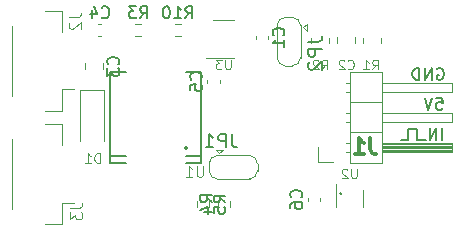
<source format=gbr>
%TF.GenerationSoftware,KiCad,Pcbnew,6.0.4-6f826c9f35~116~ubuntu20.04.1*%
%TF.CreationDate,2022-07-20T10:00:27+00:00*%
%TF.ProjectId,TFRPM01D,54465250-4d30-4314-942e-6b696361645f,rev?*%
%TF.SameCoordinates,PX7e721e0PY7e33658*%
%TF.FileFunction,Legend,Bot*%
%TF.FilePolarity,Positive*%
%FSLAX46Y46*%
G04 Gerber Fmt 4.6, Leading zero omitted, Abs format (unit mm)*
G04 Created by KiCad (PCBNEW 6.0.4-6f826c9f35~116~ubuntu20.04.1) date 2022-07-20 10:00:27*
%MOMM*%
%LPD*%
G01*
G04 APERTURE LIST*
%ADD10C,0.150000*%
%ADD11C,0.100000*%
%ADD12C,0.300000*%
%ADD13C,0.200000*%
%ADD14C,0.120000*%
G04 APERTURE END LIST*
D10*
X12833000Y-1874904D02*
X12833000Y-974904D01*
X6428711Y-6474904D02*
G75*
G03*
X6428711Y-6474904I-70711J0D01*
G01*
X13583000Y-1874904D02*
X12833000Y-1874904D01*
X12083000Y-1874904D02*
X11433000Y-1874904D01*
X12833000Y-974904D02*
X12083000Y-974904D01*
X12083000Y-974904D02*
X12083000Y-1874904D01*
X14931809Y-1927284D02*
X14931809Y-927284D01*
X14455619Y-1927284D02*
X14455619Y-927284D01*
X13884190Y-1927284D01*
X13884190Y-927284D01*
X14519904Y4125096D02*
X14615142Y4172716D01*
X14758000Y4172716D01*
X14900857Y4125096D01*
X14996095Y4029858D01*
X15043714Y3934620D01*
X15091333Y3744144D01*
X15091333Y3601287D01*
X15043714Y3410811D01*
X14996095Y3315573D01*
X14900857Y3220335D01*
X14758000Y3172716D01*
X14662761Y3172716D01*
X14519904Y3220335D01*
X14472285Y3267954D01*
X14472285Y3601287D01*
X14662761Y3601287D01*
X14043714Y3172716D02*
X14043714Y4172716D01*
X13472285Y3172716D01*
X13472285Y4172716D01*
X12996095Y3172716D02*
X12996095Y4172716D01*
X12758000Y4172716D01*
X12615142Y4125096D01*
X12519904Y4029858D01*
X12472285Y3934620D01*
X12424666Y3744144D01*
X12424666Y3601287D01*
X12472285Y3410811D01*
X12519904Y3315573D01*
X12615142Y3220335D01*
X12758000Y3172716D01*
X12996095Y3172716D01*
X14448476Y1672716D02*
X14924666Y1672716D01*
X14972285Y1196525D01*
X14924666Y1244144D01*
X14829428Y1291763D01*
X14591333Y1291763D01*
X14496095Y1244144D01*
X14448476Y1196525D01*
X14400857Y1101287D01*
X14400857Y863192D01*
X14448476Y767954D01*
X14496095Y720335D01*
X14591333Y672716D01*
X14829428Y672716D01*
X14924666Y720335D01*
X14972285Y767954D01*
X14115142Y1672716D02*
X13781809Y672716D01*
X13448476Y1672716D01*
D11*
%TO.C,D1*%
X-14065524Y-3836808D02*
X-14065524Y-3036808D01*
X-14256000Y-3036808D01*
X-14370286Y-3074904D01*
X-14446477Y-3151094D01*
X-14484572Y-3227284D01*
X-14522667Y-3379665D01*
X-14522667Y-3493951D01*
X-14484572Y-3646332D01*
X-14446477Y-3722523D01*
X-14370286Y-3798713D01*
X-14256000Y-3836808D01*
X-14065524Y-3836808D01*
X-15284572Y-3836808D02*
X-14827429Y-3836808D01*
X-15056000Y-3836808D02*
X-15056000Y-3036808D01*
X-14979810Y-3151094D01*
X-14903620Y-3227284D01*
X-14827429Y-3265380D01*
D10*
%TO.C,R10*%
X-6799143Y8402716D02*
X-6465810Y8878906D01*
X-6227715Y8402716D02*
X-6227715Y9402716D01*
X-6608667Y9402716D01*
X-6703905Y9355096D01*
X-6751524Y9307477D01*
X-6799143Y9212239D01*
X-6799143Y9069382D01*
X-6751524Y8974144D01*
X-6703905Y8926525D01*
X-6608667Y8878906D01*
X-6227715Y8878906D01*
X-7751524Y8402716D02*
X-7180096Y8402716D01*
X-7465810Y8402716D02*
X-7465810Y9402716D01*
X-7370572Y9259858D01*
X-7275334Y9164620D01*
X-7180096Y9117001D01*
X-8370572Y9402716D02*
X-8465810Y9402716D01*
X-8561048Y9355096D01*
X-8608667Y9307477D01*
X-8656286Y9212239D01*
X-8703905Y9021763D01*
X-8703905Y8783668D01*
X-8656286Y8593192D01*
X-8608667Y8497954D01*
X-8561048Y8450335D01*
X-8465810Y8402716D01*
X-8370572Y8402716D01*
X-8275334Y8450335D01*
X-8227715Y8497954D01*
X-8180096Y8593192D01*
X-8132477Y8783668D01*
X-8132477Y9021763D01*
X-8180096Y9212239D01*
X-8227715Y9307477D01*
X-8275334Y9355096D01*
X-8370572Y9402716D01*
D12*
%TO.C,J1*%
X8841333Y-1762999D02*
X8841333Y-2691570D01*
X8903238Y-2877284D01*
X9027047Y-3001094D01*
X9212761Y-3062999D01*
X9336571Y-3062999D01*
X7541333Y-3062999D02*
X8284190Y-3062999D01*
X7912761Y-3062999D02*
X7912761Y-1762999D01*
X8036571Y-1948713D01*
X8160380Y-2072523D01*
X8284190Y-2134427D01*
D11*
%TO.C,U3*%
X-2952477Y4883192D02*
X-2952477Y4235573D01*
X-2990572Y4159382D01*
X-3028667Y4121287D01*
X-3104858Y4083192D01*
X-3257239Y4083192D01*
X-3333429Y4121287D01*
X-3371524Y4159382D01*
X-3409620Y4235573D01*
X-3409620Y4883192D01*
X-3714381Y4883192D02*
X-4209620Y4883192D01*
X-3942953Y4578430D01*
X-4057239Y4578430D01*
X-4133429Y4540335D01*
X-4171524Y4502239D01*
X-4209620Y4426049D01*
X-4209620Y4235573D01*
X-4171524Y4159382D01*
X-4133429Y4121287D01*
X-4057239Y4083192D01*
X-3828667Y4083192D01*
X-3752477Y4121287D01*
X-3714381Y4159382D01*
D10*
%TO.C,C3*%
X-12504858Y4491763D02*
X-12457239Y4539382D01*
X-12409620Y4682239D01*
X-12409620Y4777477D01*
X-12457239Y4920335D01*
X-12552477Y5015573D01*
X-12647715Y5063192D01*
X-12838191Y5110811D01*
X-12981048Y5110811D01*
X-13171524Y5063192D01*
X-13266762Y5015573D01*
X-13362000Y4920335D01*
X-13409620Y4777477D01*
X-13409620Y4682239D01*
X-13362000Y4539382D01*
X-13314381Y4491763D01*
X-13409620Y4158430D02*
X-13409620Y3539382D01*
X-13028667Y3872716D01*
X-13028667Y3729858D01*
X-12981048Y3634620D01*
X-12933429Y3587001D01*
X-12838191Y3539382D01*
X-12600096Y3539382D01*
X-12504858Y3587001D01*
X-12457239Y3634620D01*
X-12409620Y3729858D01*
X-12409620Y4015573D01*
X-12457239Y4110811D01*
X-12504858Y4158430D01*
%TO.C,C4*%
X-13875334Y8497954D02*
X-13827715Y8450335D01*
X-13684858Y8402716D01*
X-13589620Y8402716D01*
X-13446762Y8450335D01*
X-13351524Y8545573D01*
X-13303905Y8640811D01*
X-13256286Y8831287D01*
X-13256286Y8974144D01*
X-13303905Y9164620D01*
X-13351524Y9259858D01*
X-13446762Y9355096D01*
X-13589620Y9402716D01*
X-13684858Y9402716D01*
X-13827715Y9355096D01*
X-13875334Y9307477D01*
X-14732477Y9069382D02*
X-14732477Y8402716D01*
X-14494381Y9450335D02*
X-14256286Y8736049D01*
X-14875334Y8736049D01*
D11*
%TO.C,J2*%
X-16677620Y8484526D02*
X-15963334Y8484526D01*
X-15820477Y8532145D01*
X-15725239Y8627383D01*
X-15677620Y8770240D01*
X-15677620Y8865478D01*
X-16582381Y8055954D02*
X-16630000Y8008335D01*
X-16677620Y7913097D01*
X-16677620Y7675002D01*
X-16630000Y7579764D01*
X-16582381Y7532145D01*
X-16487143Y7484526D01*
X-16391905Y7484526D01*
X-16249048Y7532145D01*
X-15677620Y8103573D01*
X-15677620Y7484526D01*
D10*
%TO.C,R4*%
X-4533620Y-7176737D02*
X-5009810Y-6843404D01*
X-4533620Y-6605308D02*
X-5533620Y-6605308D01*
X-5533620Y-6986261D01*
X-5486000Y-7081499D01*
X-5438381Y-7129118D01*
X-5343143Y-7176737D01*
X-5200286Y-7176737D01*
X-5105048Y-7129118D01*
X-5057429Y-7081499D01*
X-5009810Y-6986261D01*
X-5009810Y-6605308D01*
X-5200286Y-8033880D02*
X-4533620Y-8033880D01*
X-5581239Y-7795784D02*
X-4866953Y-7557689D01*
X-4866953Y-8176737D01*
D11*
%TO.C,R1*%
X9041333Y4063192D02*
X9308000Y4444144D01*
X9498476Y4063192D02*
X9498476Y4863192D01*
X9193714Y4863192D01*
X9117523Y4825096D01*
X9079428Y4787001D01*
X9041333Y4710811D01*
X9041333Y4596525D01*
X9079428Y4520335D01*
X9117523Y4482239D01*
X9193714Y4444144D01*
X9498476Y4444144D01*
X8279428Y4063192D02*
X8736571Y4063192D01*
X8508000Y4063192D02*
X8508000Y4863192D01*
X8584190Y4748906D01*
X8660380Y4672716D01*
X8736571Y4634620D01*
%TO.C,R2*%
X4741333Y4063192D02*
X5008000Y4444144D01*
X5198476Y4063192D02*
X5198476Y4863192D01*
X4893714Y4863192D01*
X4817523Y4825096D01*
X4779428Y4787001D01*
X4741333Y4710811D01*
X4741333Y4596525D01*
X4779428Y4520335D01*
X4817523Y4482239D01*
X4893714Y4444144D01*
X5198476Y4444144D01*
X4436571Y4787001D02*
X4398476Y4825096D01*
X4322285Y4863192D01*
X4131809Y4863192D01*
X4055619Y4825096D01*
X4017523Y4787001D01*
X3979428Y4710811D01*
X3979428Y4634620D01*
X4017523Y4520335D01*
X4474666Y4063192D01*
X3979428Y4063192D01*
D10*
%TO.C,R3*%
X-10625334Y8402716D02*
X-10292000Y8878906D01*
X-10053905Y8402716D02*
X-10053905Y9402716D01*
X-10434858Y9402716D01*
X-10530096Y9355096D01*
X-10577715Y9307477D01*
X-10625334Y9212239D01*
X-10625334Y9069382D01*
X-10577715Y8974144D01*
X-10530096Y8926525D01*
X-10434858Y8878906D01*
X-10053905Y8878906D01*
X-10958667Y9402716D02*
X-11577715Y9402716D01*
X-11244381Y9021763D01*
X-11387239Y9021763D01*
X-11482477Y8974144D01*
X-11530096Y8926525D01*
X-11577715Y8831287D01*
X-11577715Y8593192D01*
X-11530096Y8497954D01*
X-11482477Y8450335D01*
X-11387239Y8402716D01*
X-11101524Y8402716D01*
X-11006286Y8450335D01*
X-10958667Y8497954D01*
%TO.C,C6*%
X2991142Y-6770737D02*
X3038761Y-6723118D01*
X3086380Y-6580261D01*
X3086380Y-6485023D01*
X3038761Y-6342165D01*
X2943523Y-6246927D01*
X2848285Y-6199308D01*
X2657809Y-6151689D01*
X2514952Y-6151689D01*
X2324476Y-6199308D01*
X2229238Y-6246927D01*
X2134000Y-6342165D01*
X2086380Y-6485023D01*
X2086380Y-6580261D01*
X2134000Y-6723118D01*
X2181619Y-6770737D01*
X2086380Y-7627880D02*
X2086380Y-7437404D01*
X2134000Y-7342165D01*
X2181619Y-7294546D01*
X2324476Y-7199308D01*
X2514952Y-7151689D01*
X2895904Y-7151689D01*
X2991142Y-7199308D01*
X3038761Y-7246927D01*
X3086380Y-7342165D01*
X3086380Y-7532642D01*
X3038761Y-7627880D01*
X2991142Y-7675499D01*
X2895904Y-7723118D01*
X2657809Y-7723118D01*
X2562571Y-7675499D01*
X2514952Y-7627880D01*
X2467333Y-7532642D01*
X2467333Y-7342165D01*
X2514952Y-7246927D01*
X2562571Y-7199308D01*
X2657809Y-7151689D01*
D11*
%TO.C,J3*%
X-16527620Y-7630474D02*
X-15813334Y-7630474D01*
X-15670477Y-7582855D01*
X-15575239Y-7487617D01*
X-15527620Y-7344760D01*
X-15527620Y-7249522D01*
X-16527620Y-8011427D02*
X-16527620Y-8630474D01*
X-16146667Y-8297141D01*
X-16146667Y-8439998D01*
X-16099048Y-8535236D01*
X-16051429Y-8582855D01*
X-15956191Y-8630474D01*
X-15718096Y-8630474D01*
X-15622858Y-8582855D01*
X-15575239Y-8535236D01*
X-15527620Y-8439998D01*
X-15527620Y-8154284D01*
X-15575239Y-8059046D01*
X-15622858Y-8011427D01*
D10*
%TO.C,C5*%
X-5492358Y3211763D02*
X-5444739Y3259382D01*
X-5397120Y3402239D01*
X-5397120Y3497477D01*
X-5444739Y3640335D01*
X-5539977Y3735573D01*
X-5635215Y3783192D01*
X-5825691Y3830811D01*
X-5968548Y3830811D01*
X-6159024Y3783192D01*
X-6254262Y3735573D01*
X-6349500Y3640335D01*
X-6397120Y3497477D01*
X-6397120Y3402239D01*
X-6349500Y3259382D01*
X-6301881Y3211763D01*
X-6397120Y2307001D02*
X-6397120Y2783192D01*
X-5920929Y2830811D01*
X-5968548Y2783192D01*
X-6016167Y2687954D01*
X-6016167Y2449858D01*
X-5968548Y2354620D01*
X-5920929Y2307001D01*
X-5825691Y2259382D01*
X-5587596Y2259382D01*
X-5492358Y2307001D01*
X-5444739Y2354620D01*
X-5397120Y2449858D01*
X-5397120Y2687954D01*
X-5444739Y2783192D01*
X-5492358Y2830811D01*
D11*
%TO.C,U1*%
X-5331286Y-4106046D02*
X-5331286Y-4834618D01*
X-5374143Y-4920332D01*
X-5417000Y-4963189D01*
X-5502715Y-5006046D01*
X-5674143Y-5006046D01*
X-5759858Y-4963189D01*
X-5802715Y-4920332D01*
X-5845572Y-4834618D01*
X-5845572Y-4106046D01*
X-6745572Y-5006046D02*
X-6231286Y-5006046D01*
X-6488429Y-5006046D02*
X-6488429Y-4106046D01*
X-6402715Y-4234618D01*
X-6317000Y-4320332D01*
X-6231286Y-4363189D01*
D10*
%TO.C,C1*%
X1495142Y6941763D02*
X1542761Y6989382D01*
X1590380Y7132239D01*
X1590380Y7227477D01*
X1542761Y7370335D01*
X1447523Y7465573D01*
X1352285Y7513192D01*
X1161809Y7560811D01*
X1018952Y7560811D01*
X828476Y7513192D01*
X733238Y7465573D01*
X638000Y7370335D01*
X590380Y7227477D01*
X590380Y7132239D01*
X638000Y6989382D01*
X685619Y6941763D01*
X1590380Y5989382D02*
X1590380Y6560811D01*
X1590380Y6275096D02*
X590380Y6275096D01*
X733238Y6370335D01*
X828476Y6465573D01*
X876095Y6560811D01*
D11*
%TO.C,C2*%
X6941333Y4139382D02*
X6979428Y4101287D01*
X7093714Y4063192D01*
X7169904Y4063192D01*
X7284190Y4101287D01*
X7360380Y4177477D01*
X7398476Y4253668D01*
X7436571Y4406049D01*
X7436571Y4520335D01*
X7398476Y4672716D01*
X7360380Y4748906D01*
X7284190Y4825096D01*
X7169904Y4863192D01*
X7093714Y4863192D01*
X6979428Y4825096D01*
X6941333Y4787001D01*
X6636571Y4787001D02*
X6598476Y4825096D01*
X6522285Y4863192D01*
X6331809Y4863192D01*
X6255619Y4825096D01*
X6217523Y4787001D01*
X6179428Y4710811D01*
X6179428Y4634620D01*
X6217523Y4520335D01*
X6674666Y4063192D01*
X6179428Y4063192D01*
%TO.C,U2*%
X7717523Y-4336808D02*
X7717523Y-4984427D01*
X7679428Y-5060618D01*
X7641333Y-5098713D01*
X7565142Y-5136808D01*
X7412761Y-5136808D01*
X7336571Y-5098713D01*
X7298476Y-5060618D01*
X7260380Y-4984427D01*
X7260380Y-4336808D01*
X6917523Y-4412999D02*
X6879428Y-4374904D01*
X6803238Y-4336808D01*
X6612761Y-4336808D01*
X6536571Y-4374904D01*
X6498476Y-4412999D01*
X6460380Y-4489189D01*
X6460380Y-4565380D01*
X6498476Y-4679665D01*
X6955619Y-5136808D01*
X6460380Y-5136808D01*
D10*
%TO.C,R5*%
X-3409620Y-7183237D02*
X-3885810Y-6849904D01*
X-3409620Y-6611808D02*
X-4409620Y-6611808D01*
X-4409620Y-6992761D01*
X-4362000Y-7087999D01*
X-4314381Y-7135618D01*
X-4219143Y-7183237D01*
X-4076286Y-7183237D01*
X-3981048Y-7135618D01*
X-3933429Y-7087999D01*
X-3885810Y-6992761D01*
X-3885810Y-6611808D01*
X-4409620Y-8087999D02*
X-4409620Y-7611808D01*
X-3933429Y-7564189D01*
X-3981048Y-7611808D01*
X-4028667Y-7707046D01*
X-4028667Y-7945142D01*
X-3981048Y-8040380D01*
X-3933429Y-8087999D01*
X-3838191Y-8135618D01*
X-3600096Y-8135618D01*
X-3504858Y-8087999D01*
X-3457239Y-8040380D01*
X-3409620Y-7945142D01*
X-3409620Y-7707046D01*
X-3457239Y-7611808D01*
X-3504858Y-7564189D01*
D13*
%TO.C,JP1*%
X-2875334Y-1422523D02*
X-2875334Y-2208237D01*
X-2822953Y-2365380D01*
X-2718191Y-2470142D01*
X-2561048Y-2522523D01*
X-2456286Y-2522523D01*
X-3399143Y-2522523D02*
X-3399143Y-1422523D01*
X-3818191Y-1422523D01*
X-3922953Y-1474904D01*
X-3975334Y-1527284D01*
X-4027715Y-1632046D01*
X-4027715Y-1789189D01*
X-3975334Y-1893951D01*
X-3922953Y-1946332D01*
X-3818191Y-1998713D01*
X-3399143Y-1998713D01*
X-5075334Y-2522523D02*
X-4446762Y-2522523D01*
X-4761048Y-2522523D02*
X-4761048Y-1422523D01*
X-4656286Y-1579665D01*
X-4551524Y-1684427D01*
X-4446762Y-1736808D01*
%TO.C,JP2*%
X3586857Y6409096D02*
X4444000Y6409096D01*
X4615428Y6466239D01*
X4729714Y6580525D01*
X4786857Y6751954D01*
X4786857Y6866239D01*
X4786857Y5837668D02*
X3586857Y5837668D01*
X3586857Y5380525D01*
X3644000Y5266239D01*
X3701142Y5209096D01*
X3815428Y5151954D01*
X3986857Y5151954D01*
X4101142Y5209096D01*
X4158285Y5266239D01*
X4215428Y5380525D01*
X4215428Y5837668D01*
X3701142Y4694811D02*
X3644000Y4637668D01*
X3586857Y4523382D01*
X3586857Y4237668D01*
X3644000Y4123382D01*
X3701142Y4066239D01*
X3815428Y4009096D01*
X3929714Y4009096D01*
X4101142Y4066239D01*
X4786857Y4751954D01*
X4786857Y4009096D01*
D14*
%TO.C,D1*%
X-15692000Y2293096D02*
X-13692000Y2293096D01*
X-13692000Y2293096D02*
X-13692000Y-2006904D01*
X-15692000Y-2006904D02*
X-15692000Y2293096D01*
%TO.C,R10*%
X-7204742Y6902596D02*
X-7679258Y6902596D01*
X-7204742Y7947596D02*
X-7679258Y7947596D01*
%TO.C,J1*%
X6757929Y-380000D02*
X7155000Y-380000D01*
X9815000Y-2500000D02*
X15815000Y-2500000D01*
X15815000Y2920000D02*
X9815000Y2920000D01*
X9815000Y2160000D02*
X15815000Y2160000D01*
X6757929Y2160000D02*
X7155000Y2160000D01*
X7155000Y-3870000D02*
X7155000Y3870000D01*
X7155000Y-1270000D02*
X9815000Y-1270000D01*
X6825000Y-2920000D02*
X7155000Y-2920000D01*
X4445000Y-2540000D02*
X4445000Y-3810000D01*
X7155000Y3870000D02*
X9815000Y3870000D01*
X4445000Y-3810000D02*
X5715000Y-3810000D01*
X9815000Y-2260000D02*
X15815000Y-2260000D01*
X6825000Y-2160000D02*
X7155000Y-2160000D01*
X15815000Y2160000D02*
X15815000Y2920000D01*
X6757929Y380000D02*
X7155000Y380000D01*
X7155000Y1270000D02*
X9815000Y1270000D01*
X9815000Y-380000D02*
X15815000Y-380000D01*
X15815000Y-2920000D02*
X15815000Y-2160000D01*
X9815000Y-2740000D02*
X15815000Y-2740000D01*
X9815000Y-2620000D02*
X15815000Y-2620000D01*
X15815000Y380000D02*
X9815000Y380000D01*
X15815000Y-380000D02*
X15815000Y380000D01*
X6757929Y2920000D02*
X7155000Y2920000D01*
X9815000Y-2860000D02*
X15815000Y-2860000D01*
X9815000Y-2380000D02*
X15815000Y-2380000D01*
X9815000Y3870000D02*
X9815000Y-3870000D01*
X15815000Y-2160000D02*
X9815000Y-2160000D01*
X9815000Y-2920000D02*
X15815000Y-2920000D01*
X9815000Y-3870000D02*
X7155000Y-3870000D01*
%TO.C,U3*%
X-4442000Y8285096D02*
X-2642000Y8285096D01*
X-2642000Y5065096D02*
X-5092000Y5065096D01*
%TO.C,C3*%
X-15277000Y4063844D02*
X-15277000Y4586348D01*
X-13807000Y4063844D02*
X-13807000Y4586348D01*
%TO.C,C4*%
X-13901420Y6915096D02*
X-14182580Y6915096D01*
X-13901420Y7935096D02*
X-14182580Y7935096D01*
%TO.C,J2*%
X-18678000Y9041096D02*
X-17228000Y9041096D01*
X-17228000Y9041096D02*
X-17228000Y7241096D01*
X-18678000Y571096D02*
X-17228000Y571096D01*
X-17228000Y2371096D02*
X-16238000Y2371096D01*
X-21498000Y1841096D02*
X-21498000Y7771096D01*
X-17228000Y571096D02*
X-17228000Y2371096D01*
%TO.C,R4*%
X-3033500Y-7106146D02*
X-3033500Y-7580662D01*
X-4078500Y-7106146D02*
X-4078500Y-7580662D01*
%TO.C,R1*%
X8273000Y6752160D02*
X8273000Y6298032D01*
X9743000Y6752160D02*
X9743000Y6298032D01*
%TO.C,R2*%
X3873000Y6298032D02*
X3873000Y6752160D01*
X5343000Y6298032D02*
X5343000Y6752160D01*
%TO.C,R3*%
X-10554742Y7947596D02*
X-11029258Y7947596D01*
X-10554742Y6902596D02*
X-11029258Y6902596D01*
%TO.C,C6*%
X3554000Y-6796824D02*
X3554000Y-7077984D01*
X4574000Y-6796824D02*
X4574000Y-7077984D01*
%TO.C,J3*%
X-17228000Y-533904D02*
X-17228000Y-2333904D01*
X-17228000Y-9003904D02*
X-17228000Y-7203904D01*
X-18678000Y-9003904D02*
X-17228000Y-9003904D01*
X-21498000Y-7733904D02*
X-21498000Y-1803904D01*
X-17228000Y-7203904D02*
X-16238000Y-7203904D01*
X-18678000Y-533904D02*
X-17228000Y-533904D01*
%TO.C,C5*%
X-4929500Y3185676D02*
X-4929500Y2904516D01*
X-3909500Y3185676D02*
X-3909500Y2904516D01*
D10*
%TO.C,U1*%
X-13142000Y-3874904D02*
X-13142000Y3825096D01*
X-5442000Y3825096D02*
X-6752000Y3825096D01*
X-11832000Y3825096D02*
X-13142000Y3825096D01*
X-5442000Y-3224904D02*
X-6752000Y-3224904D01*
X-5442000Y-3874904D02*
X-6752000Y-3874904D01*
X-11832000Y-3874904D02*
X-13142000Y-3874904D01*
X-5442000Y-3874904D02*
X-5442000Y3825096D01*
X-11832000Y-3224904D02*
X-13142000Y-3224904D01*
X-6625000Y-2564904D02*
G75*
G03*
X-6625000Y-2564904I-127000J0D01*
G01*
D14*
%TO.C,C1*%
X-802000Y6634516D02*
X-802000Y6915676D01*
X218000Y6634516D02*
X218000Y6915676D01*
%TO.C,C2*%
X7543000Y6263844D02*
X7543000Y6786348D01*
X6073000Y6263844D02*
X6073000Y6786348D01*
%TO.C,U2*%
X5952000Y-7560904D02*
X5952000Y-5660904D01*
X8272000Y-6160904D02*
X8272000Y-7560904D01*
%TO.C,R5*%
X-5814500Y-7587162D02*
X-5814500Y-7112646D01*
X-4769500Y-7587162D02*
X-4769500Y-7112646D01*
%TO.C,JP1*%
X-4242000Y-2717404D02*
X-3642000Y-2717404D01*
X-3942000Y-3017404D02*
X-4242000Y-2717404D01*
X-1342000Y-3217404D02*
X-4142000Y-3217404D01*
X-4142000Y-5217404D02*
X-1342000Y-5217404D01*
X-692000Y-4517404D02*
X-692000Y-3917404D01*
X-4792000Y-3917404D02*
X-4792000Y-4517404D01*
X-3942000Y-3017404D02*
X-3642000Y-2717404D01*
X-692000Y-3917404D02*
G75*
G03*
X-1392000Y-3217404I-700000J0D01*
G01*
X-1392000Y-5217404D02*
G75*
G03*
X-692000Y-4517404I0J700000D01*
G01*
X-4792000Y-4517404D02*
G75*
G03*
X-4092000Y-5217404I699999J-1D01*
G01*
X-4092000Y-3217404D02*
G75*
G03*
X-4792000Y-3917404I-1J-699999D01*
G01*
%TO.C,JP2*%
X958000Y7825096D02*
X958000Y5025096D01*
X1658000Y4375096D02*
X2258000Y4375096D01*
X3158000Y7625096D02*
X3458000Y7925096D01*
X2958000Y5025096D02*
X2958000Y7825096D01*
X2258000Y8475096D02*
X1658000Y8475096D01*
X3158000Y7625096D02*
X3458000Y7325096D01*
X3458000Y7925096D02*
X3458000Y7325096D01*
X958000Y5075096D02*
G75*
G03*
X1658000Y4375096I700000J0D01*
G01*
X1658000Y8475096D02*
G75*
G03*
X958000Y7775096I-1J-699999D01*
G01*
X2258000Y4375096D02*
G75*
G03*
X2958000Y5075096I0J700000D01*
G01*
X2958000Y7775096D02*
G75*
G03*
X2258000Y8475096I-699999J1D01*
G01*
%TD*%
M02*

</source>
